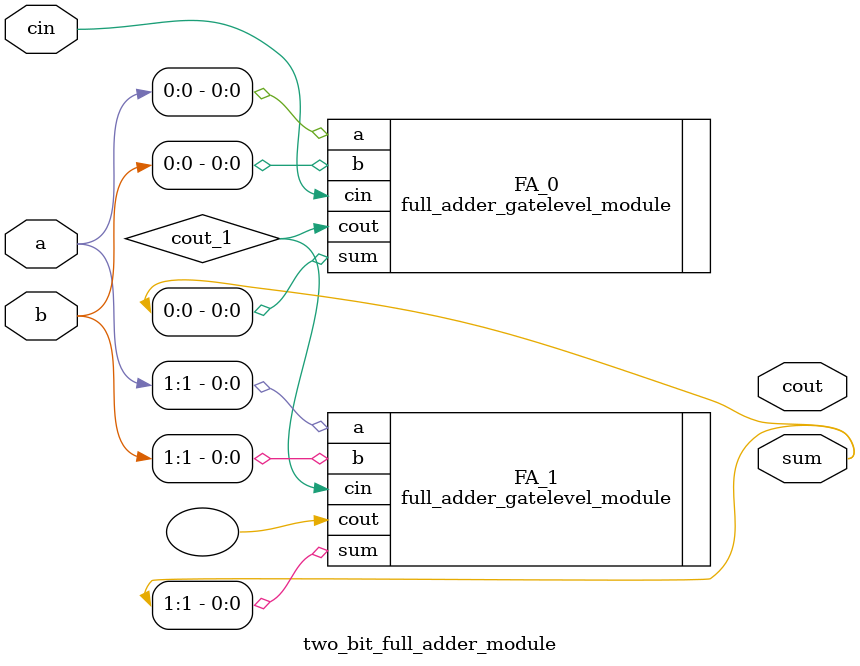
<source format=v>

module two_bit_full_adder_module (a, b, cin, sum, cout);
	input [1:0] a, b;
	input cin;
	output [1:0] sum;
	output cout;

	wire cout_1;

	//Fill this out	
    full_adder_gatelevel_module FA_0 (.a(a[0]), .b(b[0]), .cin(cin), .sum(sum[0]), .cout(cout_1));
	full_adder_gatelevel_module FA_1 (.a(a[1]), .b(b[1]), .cin(cout_1), .sum(sum[1]), .cout());

endmodule

</source>
